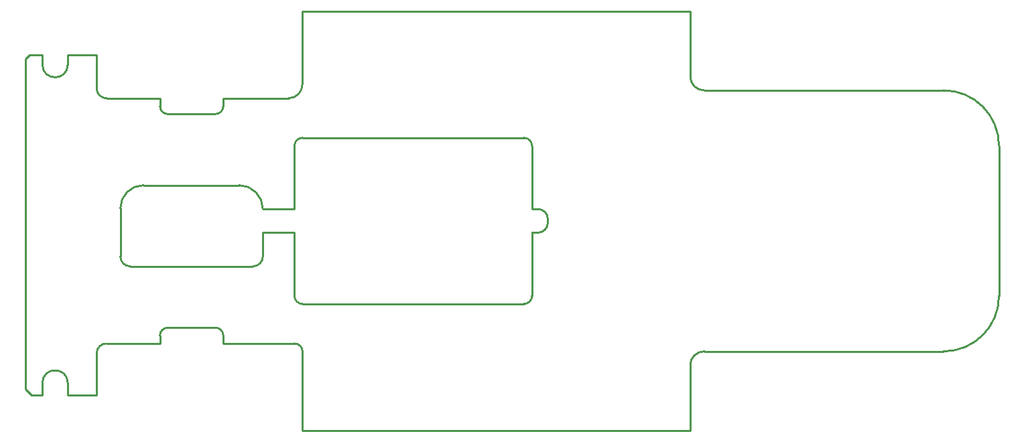
<source format=gbr>
%TF.GenerationSoftware,Altium Limited,Altium Designer,21.0.9 (235)*%
G04 Layer_Color=16777215*
%FSLAX45Y45*%
%MOMM*%
%TF.SameCoordinates,4BE4B6C8-753D-4877-B088-52E4D9ED0B03*%
%TF.FilePolarity,Positive*%
%TF.FileFunction,Other,Board_Shape*%
%TF.Part,Single*%
G01*
G75*
%TA.AperFunction,NonConductor*%
%ADD32C,0.25400*%
%ADD91C,0.25400*%
D32*
X10500000Y7599999D02*
G03*
X10400000Y7700000I-100000J0D01*
G01*
X10699999Y6673000D02*
G03*
X10572999Y6800000I-127000J0D01*
G01*
Y6499999D02*
G03*
X10699999Y6626999I0J127000D01*
G01*
X10400000Y5600000D02*
G03*
X10500000Y5700000I0J100000D01*
G01*
X7500000Y5700000D02*
G03*
X7600000Y5600000I100000J0D01*
G01*
X6975000Y6075000D02*
G03*
X7100000Y6200000I0J125000D01*
G01*
X5300000D02*
G03*
X5425000Y6075000I125000J0D01*
G01*
X5300000Y6809837D02*
G03*
X5300000Y6809837I0J0D01*
G01*
X5590161Y7099998D02*
G03*
X5300000Y6809837I0J-290161D01*
G01*
X5599994Y7099998D02*
G03*
X5599994Y7099999I0J0D01*
G01*
X7099987Y6800000D02*
G03*
X6799988Y7099999I-299999J0D01*
G01*
X7600000Y7700000D02*
G03*
X7500000Y7600000I0J-100000D01*
G01*
X7425000Y8200000D02*
G03*
X7600000Y8375000I-0J175000D01*
G01*
X12500000Y8475000D02*
G03*
X12675000Y8300000I175000J0D01*
G01*
X12675000Y5000000D02*
G03*
X12500000Y4825000I0J-175000D01*
G01*
X7600000Y5000000D02*
G03*
X7500000Y5100000I-100000J0D01*
G01*
X5000000Y8325000D02*
G03*
X5125000Y8200000I125000J0D01*
G01*
Y5100000D02*
G03*
X5000000Y4975000I0J-125000D01*
G01*
X15700000Y5000000D02*
G03*
X16400000Y5700000I0J700000D01*
G01*
X4635000Y4600000D02*
G03*
X4315000Y4600000I-160000J0D01*
G01*
Y8625000D02*
G03*
X4635000Y8625000I160000J0D01*
G01*
X5800000Y8100000D02*
G03*
X5900000Y8000000I100000J0D01*
G01*
X6500000D02*
G03*
X6600000Y8100000I0J100000D01*
G01*
X5900000Y5300000D02*
G03*
X5800000Y5200000I0J-100000D01*
G01*
X6600000D02*
G03*
X6500000Y5300000I-100000J0D01*
G01*
X16400000Y7600000D02*
G03*
X15700000Y8300000I-700000J0D01*
G01*
X7600000Y7700000D02*
Y7700000D01*
X7600000Y7700000D02*
X10400000D01*
X10500000Y6800000D02*
Y7599999D01*
Y6800000D02*
X10572999D01*
X10699999Y6626999D02*
Y6673000D01*
X10500000Y6499999D02*
X10572999D01*
X10500000Y5700000D02*
Y6499999D01*
X7600000Y5600000D02*
X10400000D01*
X7500000Y5700000D02*
Y6500000D01*
X7100000D02*
X7500000D01*
X7100000Y6200000D02*
Y6500000D01*
X5425000Y6075000D02*
X6975000D01*
X5300000Y6200000D02*
Y6809837D01*
X5590161Y7099998D02*
X5599994D01*
X5599994Y7099999D02*
X6799988D01*
X7099987Y6800000D02*
X7500000D01*
Y7600000D01*
X7600000Y7700000D02*
X7600000D01*
Y8375000D02*
Y9300000D01*
X6600000Y8200000D02*
X7425000D01*
X4100000Y4525000D02*
Y6100000D01*
Y4525000D02*
X4175000Y4450000D01*
X4315000D01*
X5125000Y8200000D02*
X5800000D01*
X5000000Y8325000D02*
Y8750000D01*
X5125000Y5100000D02*
X5800000D01*
X5000000Y4450000D02*
Y4975000D01*
X12675000Y5000000D02*
X15300000D01*
X12500000Y4000000D02*
Y4825000D01*
Y8475000D02*
Y9300000D01*
X12675000Y8300000D02*
X15300000Y8300000D01*
X4315000Y8625000D02*
Y8750000D01*
X4150000D02*
X4315000D01*
X4635000Y8625000D02*
Y8750000D01*
X4100000Y8700000D02*
X4150000Y8750000D01*
X4635000D02*
X4775000D01*
X4635000Y4450000D02*
X5000000D01*
X4635000D02*
Y4600000D01*
X4315000Y4450000D02*
Y4600000D01*
X6600000Y8100000D02*
Y8200000D01*
X5900000Y8000000D02*
X6500000D01*
X5800000Y8100000D02*
Y8200000D01*
X5900000Y5300000D02*
X6500000D01*
X5800000Y5100000D02*
Y5200000D01*
X6600000Y5100000D02*
Y5200000D01*
X7600000Y4000000D02*
Y5000000D01*
X6600000Y5100000D02*
X7500000D01*
X16400000Y5700000D02*
Y7600000D01*
X15300000Y5000000D02*
X15700000D01*
X15300000Y8300000D02*
X15700000D01*
X7600000Y9300000D02*
X12500000D01*
X7600000Y4000000D02*
X12500000D01*
X4775000Y8750000D02*
X5000000D01*
X4100000Y6100000D02*
Y8700000D01*
D91*
X7600000Y7700000D02*
D03*
X10500000Y6499999D02*
D03*
%TF.MD5,3f952da7f20c76f22a4949ff27041726*%
M02*

</source>
